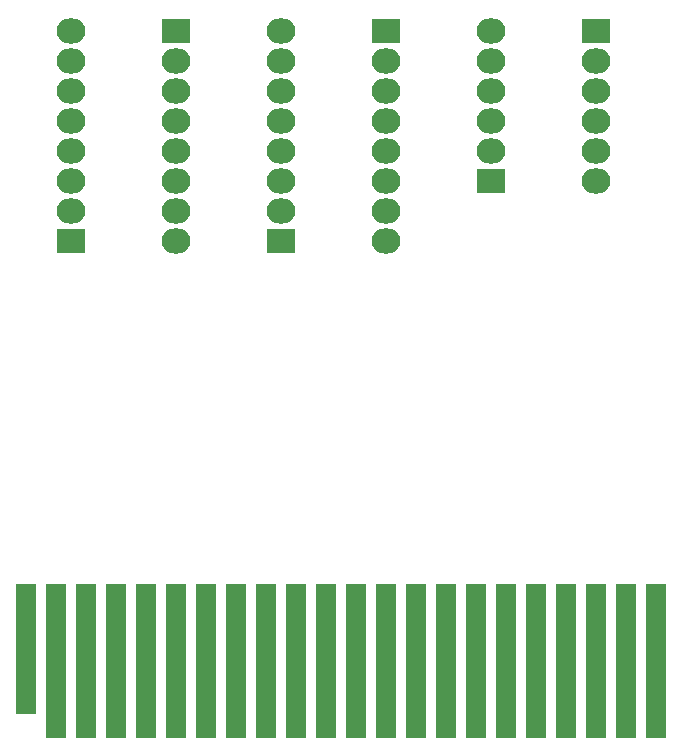
<source format=gts>
G04 #@! TF.FileFunction,Soldermask,Top*
%FSLAX46Y46*%
G04 Gerber Fmt 4.6, Leading zero omitted, Abs format (unit mm)*
G04 Created by KiCad (PCBNEW 4.0.5+dfsg1-2) date Thu Jan 19 16:30:09 2017*
%MOMM*%
%LPD*%
G01*
G04 APERTURE LIST*
%ADD10C,0.100000*%
%ADD11R,2.432000X2.127200*%
%ADD12O,2.432000X2.127200*%
%ADD13R,1.670000X11.100000*%
%ADD14R,1.670000X13.100000*%
G04 APERTURE END LIST*
D10*
D11*
X80010000Y-85090000D03*
D12*
X80010000Y-82550000D03*
X80010000Y-80010000D03*
X80010000Y-77470000D03*
X80010000Y-74930000D03*
X80010000Y-72390000D03*
X80010000Y-69850000D03*
X80010000Y-67310000D03*
D11*
X97790000Y-85090000D03*
D12*
X97790000Y-82550000D03*
X97790000Y-80010000D03*
X97790000Y-77470000D03*
X97790000Y-74930000D03*
X97790000Y-72390000D03*
X97790000Y-69850000D03*
X97790000Y-67310000D03*
D11*
X115570000Y-80010000D03*
D12*
X115570000Y-77470000D03*
X115570000Y-74930000D03*
X115570000Y-72390000D03*
X115570000Y-69850000D03*
X115570000Y-67310000D03*
D11*
X124460000Y-67310000D03*
D12*
X124460000Y-69850000D03*
X124460000Y-72390000D03*
X124460000Y-74930000D03*
X124460000Y-77470000D03*
X124460000Y-80010000D03*
D11*
X106680000Y-67310000D03*
D12*
X106680000Y-69850000D03*
X106680000Y-72390000D03*
X106680000Y-74930000D03*
X106680000Y-77470000D03*
X106680000Y-80010000D03*
X106680000Y-82550000D03*
X106680000Y-85090000D03*
D11*
X88900000Y-67310000D03*
D12*
X88900000Y-69850000D03*
X88900000Y-72390000D03*
X88900000Y-74930000D03*
X88900000Y-77470000D03*
X88900000Y-80010000D03*
X88900000Y-82550000D03*
X88900000Y-85090000D03*
D13*
X76200000Y-119650000D03*
D14*
X78740000Y-120650000D03*
X81280000Y-120650000D03*
X83820000Y-120650000D03*
X86360000Y-120650000D03*
X88900000Y-120650000D03*
X91440000Y-120650000D03*
X93980000Y-120650000D03*
X96520000Y-120650000D03*
X99060000Y-120650000D03*
X101600000Y-120650000D03*
X104140000Y-120650000D03*
X106680000Y-120650000D03*
X109220000Y-120650000D03*
X111760000Y-120650000D03*
X114300000Y-120650000D03*
X116840000Y-120650000D03*
X119380000Y-120650000D03*
X121920000Y-120650000D03*
X124460000Y-120650000D03*
X127000000Y-120650000D03*
X129540000Y-120650000D03*
M02*

</source>
